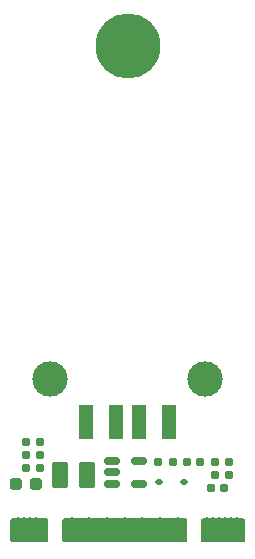
<source format=gbr>
%TF.GenerationSoftware,KiCad,Pcbnew,7.0.0-da2b9df05c~171~ubuntu20.04.1*%
%TF.CreationDate,2023-03-04T21:27:30-05:00*%
%TF.ProjectId,Logitech Unifying 2242,4c6f6769-7465-4636-9820-556e69667969,B*%
%TF.SameCoordinates,Original*%
%TF.FileFunction,Soldermask,Top*%
%TF.FilePolarity,Negative*%
%FSLAX46Y46*%
G04 Gerber Fmt 4.6, Leading zero omitted, Abs format (unit mm)*
G04 Created by KiCad (PCBNEW 7.0.0-da2b9df05c~171~ubuntu20.04.1) date 2023-03-04 21:27:30*
%MOMM*%
%LPD*%
G01*
G04 APERTURE LIST*
G04 Aperture macros list*
%AMRoundRect*
0 Rectangle with rounded corners*
0 $1 Rounding radius*
0 $2 $3 $4 $5 $6 $7 $8 $9 X,Y pos of 4 corners*
0 Add a 4 corners polygon primitive as box body*
4,1,4,$2,$3,$4,$5,$6,$7,$8,$9,$2,$3,0*
0 Add four circle primitives for the rounded corners*
1,1,$1+$1,$2,$3*
1,1,$1+$1,$4,$5*
1,1,$1+$1,$6,$7*
1,1,$1+$1,$8,$9*
0 Add four rect primitives between the rounded corners*
20,1,$1+$1,$2,$3,$4,$5,0*
20,1,$1+$1,$4,$5,$6,$7,0*
20,1,$1+$1,$6,$7,$8,$9,0*
20,1,$1+$1,$8,$9,$2,$3,0*%
%AMFreePoly0*
4,1,33,0.102133,0.973559,0.135618,0.966898,0.162652,0.955700,0.191039,0.936733,0.211733,0.916039,0.230700,0.887652,0.241898,0.860618,0.248559,0.827133,0.250000,0.812500,0.250000,-0.760000,0.244291,-0.788701,0.228033,-0.813033,0.088033,-0.953033,0.063701,-0.969291,0.035000,-0.975000,-0.035000,-0.975000,-0.063701,-0.969291,-0.088033,-0.953033,-0.228033,-0.813033,-0.244291,-0.788701,
-0.250000,-0.760000,-0.250000,0.812500,-0.248559,0.827133,-0.241898,0.860618,-0.230700,0.887652,-0.211733,0.916039,-0.191039,0.936733,-0.162652,0.955700,-0.135618,0.966898,-0.102133,0.973559,-0.087500,0.975000,0.087500,0.975000,0.102133,0.973559,0.102133,0.973559,$1*%
G04 Aperture macros list end*
%ADD10RoundRect,0.150000X-0.512500X-0.150000X0.512500X-0.150000X0.512500X0.150000X-0.512500X0.150000X0*%
%ADD11RoundRect,0.155000X-0.212500X-0.155000X0.212500X-0.155000X0.212500X0.155000X-0.212500X0.155000X0*%
%ADD12R,1.250000X3.000000*%
%ADD13C,3.000000*%
%ADD14RoundRect,0.237500X-0.287500X-0.237500X0.287500X-0.237500X0.287500X0.237500X-0.287500X0.237500X0*%
%ADD15RoundRect,0.155000X0.212500X0.155000X-0.212500X0.155000X-0.212500X-0.155000X0.212500X-0.155000X0*%
%ADD16RoundRect,0.250001X-0.462499X-0.849999X0.462499X-0.849999X0.462499X0.849999X-0.462499X0.849999X0*%
%ADD17FreePoly0,0.000000*%
%ADD18C,5.500000*%
%ADD19RoundRect,0.112500X0.187500X0.112500X-0.187500X0.112500X-0.187500X-0.112500X0.187500X-0.112500X0*%
%ADD20RoundRect,0.160000X-0.197500X-0.160000X0.197500X-0.160000X0.197500X0.160000X-0.197500X0.160000X0*%
G04 APERTURE END LIST*
D10*
%TO.C,U1*%
X9662500Y6850000D03*
X9662500Y5900000D03*
X9662500Y4950000D03*
X11937500Y4950000D03*
X11937500Y6850000D03*
%TD*%
D11*
%TO.C,C2*%
X16032500Y6800000D03*
X17167500Y6800000D03*
%TD*%
D12*
%TO.C,USB1*%
X14499999Y10119999D03*
X11999999Y10119999D03*
X9999999Y10119999D03*
X7499999Y10119999D03*
D13*
X17570000Y13800000D03*
X4430000Y13800000D03*
%TD*%
D14*
%TO.C,F1*%
X1525000Y4900000D03*
X3275000Y4900000D03*
%TD*%
D15*
%TO.C,C3.3*%
X3567500Y8500000D03*
X2432500Y8500000D03*
%TD*%
D16*
%TO.C,L1*%
X5237500Y5700000D03*
X7562500Y5700000D03*
%TD*%
D11*
%TO.C,C1.2*%
X18432500Y5700000D03*
X19567500Y5700000D03*
%TD*%
%TO.C,C1.1*%
X18032500Y4600000D03*
X19167500Y4600000D03*
%TD*%
D17*
%TO.C,J1*%
X20250000Y1100000D03*
D18*
X11000000Y42000000D03*
D17*
X19750000Y1100000D03*
X19250000Y1100000D03*
X18750000Y1100000D03*
X18250000Y1100000D03*
X17750000Y1100000D03*
X15250000Y1100000D03*
X13750000Y1100000D03*
X12250000Y1100000D03*
X10750000Y1100000D03*
X9250000Y1100000D03*
X7750000Y1100000D03*
X6250000Y1100000D03*
X3250000Y1100000D03*
X2750000Y1100000D03*
X2250000Y1100000D03*
X1750000Y1100000D03*
%TD*%
D15*
%TO.C,C3.1*%
X3567500Y6300000D03*
X2432500Y6300000D03*
%TD*%
%TO.C,C3.2*%
X3567500Y7400000D03*
X2432500Y7400000D03*
%TD*%
D19*
%TO.C,D1*%
X15750000Y5100000D03*
X13650000Y5100000D03*
%TD*%
D20*
%TO.C,R1*%
X13602500Y6800000D03*
X14797500Y6800000D03*
%TD*%
D11*
%TO.C,C1.3*%
X18432500Y6800000D03*
X19567500Y6800000D03*
%TD*%
G36*
X4213000Y1983387D02*
G01*
X4258387Y1938000D01*
X4275000Y1876000D01*
X4275000Y124000D01*
X4258387Y62000D01*
X4213000Y16613D01*
X4151000Y0D01*
X1199000Y0D01*
X1137000Y16613D01*
X1091613Y62000D01*
X1075000Y124000D01*
X1075000Y1876000D01*
X1091613Y1938000D01*
X1137000Y1983387D01*
X1199000Y2000000D01*
X4151000Y2000000D01*
X4213000Y1983387D01*
G37*
G36*
X15963000Y1983387D02*
G01*
X16008387Y1938000D01*
X16025000Y1876000D01*
X16025000Y124000D01*
X16008387Y62000D01*
X15963000Y16613D01*
X15901000Y0D01*
X5599000Y0D01*
X5537000Y16613D01*
X5491613Y62000D01*
X5475000Y124000D01*
X5475000Y1876000D01*
X5491613Y1938000D01*
X5537000Y1983387D01*
X5599000Y2000000D01*
X15901000Y2000000D01*
X15963000Y1983387D01*
G37*
G36*
X20863000Y1983387D02*
G01*
X20908387Y1938000D01*
X20925000Y1876000D01*
X20925000Y124000D01*
X20908387Y62000D01*
X20863000Y16613D01*
X20801000Y0D01*
X17349000Y0D01*
X17287000Y16613D01*
X17241613Y62000D01*
X17225000Y124000D01*
X17225000Y1876000D01*
X17241613Y1938000D01*
X17287000Y1983387D01*
X17349000Y2000000D01*
X20801000Y2000000D01*
X20863000Y1983387D01*
G37*
M02*

</source>
